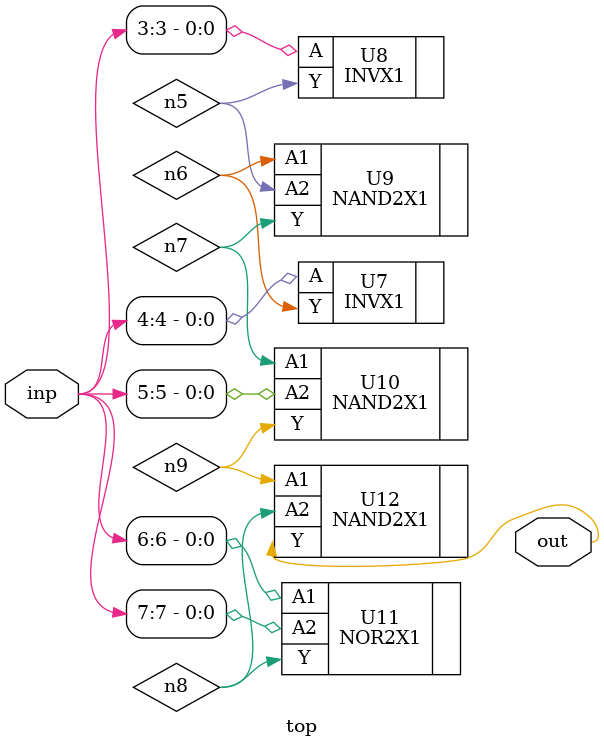
<source format=sv>


module top ( inp, out );
  input [7:0] inp;
  output out;
  wire   n5, n6, n7, n8, n9;

  INVX1 U7 ( .A(inp[4]), .Y(n6) );
  INVX1 U8 ( .A(inp[3]), .Y(n5) );
  NAND2X1 U9 ( .A1(n6), .A2(n5), .Y(n7) );
  NAND2X1 U10 ( .A1(n7), .A2(inp[5]), .Y(n9) );
  NOR2X1 U11 ( .A1(inp[6]), .A2(inp[7]), .Y(n8) );
  NAND2X1 U12 ( .A1(n9), .A2(n8), .Y(out) );
endmodule


</source>
